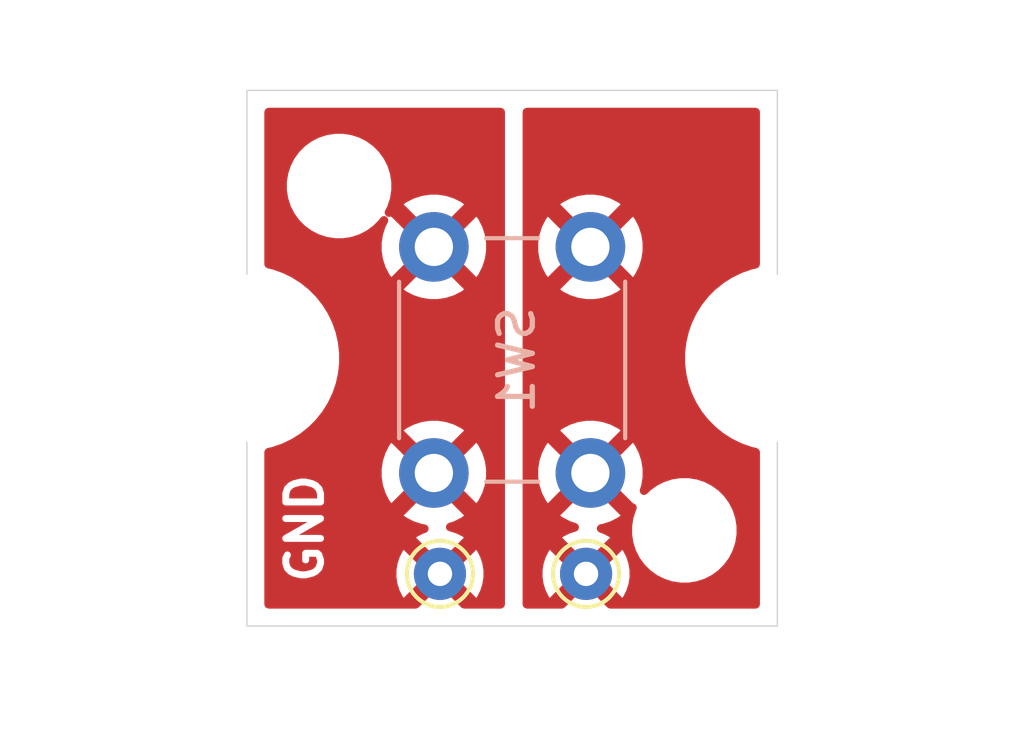
<source format=kicad_pcb>
(kicad_pcb (version 20241229) (generator "pcbnew") (generator_version "9.0")
  (layers (0 "F.Cu" signal) (4 "In1.Cu" signal) (6 "In2.Cu" signal) (2 "B.Cu" signal) (13 "F.Paste" user) (15 "B.Paste" user) (5 "F.SilkS" user "F.Silkscreen") (7 "B.SilkS" user "B.Silkscreen") (1 "F.Mask" user) (3 "B.Mask" user) (25 "Edge.Cuts" user))
  (net 0 "")
  (net 1 "GND")
  (net 2 "+5V")
  (footprint "TestPoint:TestPoint_THTPad_D1.5mm_Drill0.7mm" (layer "F.Cu") (at 141.8 105.4)
    (property "Reference" "TP1" (hide yes))
    (property "Value" "TestPoint")
    (fp_circle (center 0 0) (end 0 0.95) (stroke (width 0.12)) (fill no) (layer "F.SilkS"))
    (pad "1" thru_hole circle (at 0 0) (size 1.5 1.5) (drill 0.7) (layers "*.Cu" "*.Mask") (net 1 "GND"))
  )
  (footprint "MountingHole:MountingHole_5.3mm_M5" (layer "F.Cu") (at 151.5 99.199838 90)
    (property "Reference" "REF**" (hide yes))
    (property "Value" "MountingHole_5.3mm_M5")
    (pad "" np_thru_hole circle (at 0 0 90) (size 4.8 4.8) (drill 4.8) (layers "*.Cu" "*.Mask"))
  )
  (footprint "MountingHole:MountingHole_2.5mm" (layer "F.Cu") (at 148.825 104.15)
    (property "Reference" "REF**" (hide yes))
    (property "Value" "MountingHole_2.5mm")
    (pad "" np_thru_hole circle (at 0 0) (size 2.5 2.5) (drill 2.5) (layers "*.Cu" "*.Mask"))
  )
  (footprint "TestPoint:TestPoint_THTPad_D1.5mm_Drill0.7mm" (layer "F.Cu") (at 146 105.4)
    (property "Reference" "TP2" (hide yes))
    (property "Value" "TestPoint")
    (fp_circle (center 0 0) (end 0 0.95) (stroke (width 0.12)) (fill no) (layer "F.SilkS"))
    (pad "1" thru_hole circle (at 0 0) (size 1.5 1.5) (drill 0.7) (layers "*.Cu" "*.Mask") (net 2 "+5V"))
  )
  (footprint "MountingHole:MountingHole_2.5mm" (layer "F.Cu") (at 138.9 94.25 180)
    (property "Reference" "REF**" (hide yes))
    (property "Value" "MountingHole_2.5mm")
    (pad "" np_thru_hole circle (at 0 0 180) (size 2.5 2.5) (drill 2.5) (layers "*.Cu" "*.Mask"))
  )
  (footprint "MountingHole:MountingHole_5.3mm_M5" (layer "F.Cu") (at 136.25 99.2 -90)
    (property "Reference" "REF**" (hide yes))
    (property "Value" "MountingHole_5.3mm_M5")
    (pad "" np_thru_hole circle (at 0 0 270) (size 4.8 4.8) (drill 4.8) (layers "*.Cu" "*.Mask"))
  )
  (footprint "Button_Switch_THT:SW_PUSH_6mm_H4.3mm" (layer "B.Cu") (at 141.625 96 -90)
    (property "Reference" "SW1" (at 3.25 -2.375 90) (layer "B.SilkS") (effects (justify mirror)))
    (property "Value" "SW_Push_Open")
    (fp_line (start 5.5 1) (end 1 1) (stroke (width 0.12)) (layer "B.SilkS"))
    (fp_line (start -0.25 -1.5) (end -0.25 -3) (stroke (width 0.12)) (layer "B.SilkS"))
    (fp_line (start 6.75 -3) (end 6.75 -1.5) (stroke (width 0.12)) (layer "B.SilkS"))
    (fp_line (start 1 -5.5) (end 5.5 -5.5) (stroke (width 0.12)) (layer "B.SilkS"))
    (pad "1" thru_hole circle (at 0 0 180) (size 2 2) (drill 1.1) (layers "*.Cu" "*.Mask") (net 1 "GND"))
    (pad "1" thru_hole circle (at 6.5 0 180) (size 2 2) (drill 1.1) (layers "*.Cu" "*.Mask") (net 1 "GND"))
    (pad "2" thru_hole circle (at 0 -4.5 180) (size 2 2) (drill 1.1) (layers "*.Cu" "*.Mask") (net 2 "+5V"))
    (pad "2" thru_hole circle (at 6.5 -4.5 180) (size 2 2) (drill 1.1) (layers "*.Cu" "*.Mask") (net 2 "+5V"))
  )
  (gr_rect (start 136.25 91.5) (end 151.5 106.9) (stroke (width 0.0381)) (fill no) (layer "Edge.Cuts"))
  (gr_text "GND" (at 138.5 105.75 90) (layer "F.Cu" knockout) (effects (font (size 1 1) (thickness 0.2) (bold yes)) (justify left bottom)))
  (zone (net 1) (net_name "GND") (layer "F.Cu") (connect_pads (clearance 0.5)) (min_thickness 0.25) (fill yes (thermal_gap 0.5) (thermal_bridge_width 0.5))
    (polygon (pts (xy 134 89.25) (xy 143.95 89.35) (xy 143.95 109.95) (xy 134 109.85)))
  )
  (zone (net 2) (net_name "+5V") (layer "F.Cu") (priority 1) (connect_pads (clearance 0.5)) (min_thickness 0.25) (fill yes (thermal_gap 0.5) (thermal_bridge_width 0.5))
    (polygon (pts (xy 144.175 88.902441) (xy 151.95 89.277441) (xy 151.95 110.077441) (xy 144.175 109.502441)))
  )
)
</source>
